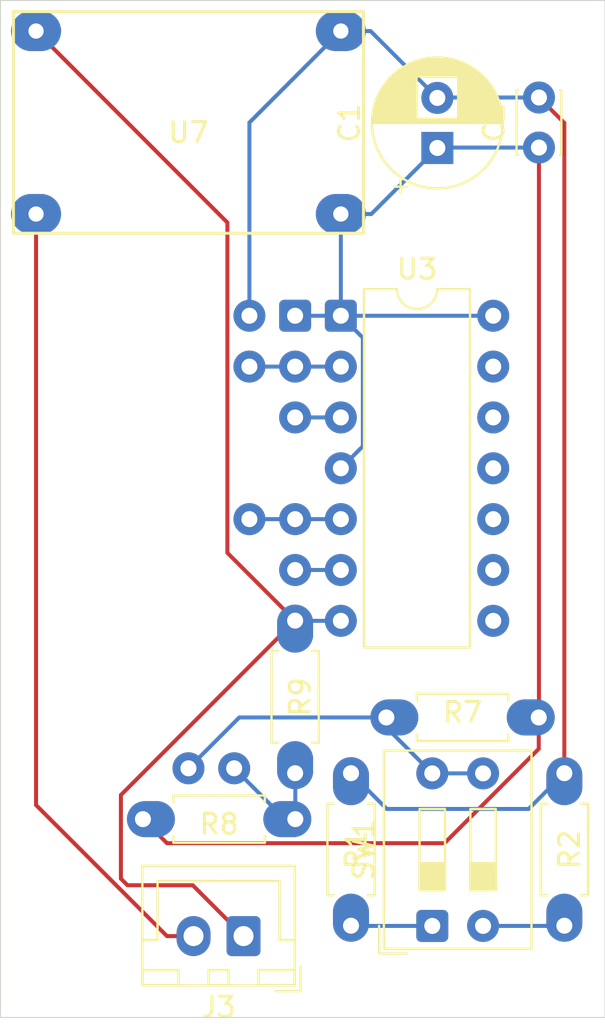
<source format=kicad_pcb>
(kicad_pcb (version 20241229) (generator "pcbnew") (generator_version "9.0")
  (layers (0 "F.Cu" signal) (2 "B.Cu" signal) (13 "F.Paste" user) (15 "B.Paste" user) (5 "F.SilkS" user "F.Silkscreen") (7 "B.SilkS" user "B.Silkscreen") (1 "F.Mask" user) (3 "B.Mask" user) (25 "Edge.Cuts" user))
  (net 0 "")
  (net 1 "GND")
  (net 2 "/+5V_DC")
  (net 3 "/V_BATT")
  (net 4 "Net-(R1-Pad1)")
  (net 5 "Net-(R2-Pad1)")
  (net 6 "/STRATEGY_SWITCH")
  (net 7 "/BATTERY_VOLTS")
  (net 8 "/LEFT_DIR")
  (net 9 "/RIGHT_DIR")
  (net 10 "/{slash}LEFT_DIR")
  (net 11 "/{slash}RIGHT_DIR")
  (footprint "Connector_JST:JST_XH_B2B-XH-A_1x02_P2.50mm_Vertical" (layer "F.Cu") (at 137.628 121.412 180)
    (property "Reference" "J3" (at 1.25 -3.55 0) (layer "F.SilkS"))
    (property "Value" "Conn_01x02")
    (fp_line (start 5.06 3.51) (end 5.06 -2.46) (stroke (width 0.12)) (layer "F.SilkS"))
    (fp_line (start 5.06 -2.46) (end -2.56 -2.46) (stroke (width 0.12)) (layer "F.SilkS"))
    (fp_line (start 5.05 -0.2) (end 4.3 -0.2) (stroke (width 0.12)) (layer "F.SilkS"))
    (fp_line (start 5.05 -1.7) (end 5.05 -2.45) (stroke (width 0.12)) (layer "F.SilkS"))
    (fp_line (start 5.05 -2.45) (end 3.25 -2.45) (stroke (width 0.12)) (layer "F.SilkS"))
    (fp_line (start 4.3 2.75) (end 1.25 2.75) (stroke (width 0.12)) (layer "F.SilkS"))
    (fp_line (start 4.3 -0.2) (end 4.3 2.75) (stroke (width 0.12)) (layer "F.SilkS"))
    (fp_line (start 3.25 -1.7) (end 5.05 -1.7) (stroke (width 0.12)) (layer "F.SilkS"))
    (fp_line (start 3.25 -2.45) (end 3.25 -1.7) (stroke (width 0.12)) (layer "F.SilkS"))
    (fp_line (start 1.75 -1.7) (end 1.75 -2.45) (stroke (width 0.12)) (layer "F.SilkS"))
    (fp_line (start 1.75 -2.45) (end 0.75 -2.45) (stroke (width 0.12)) (layer "F.SilkS"))
    (fp_line (start 0.75 -1.7) (end 1.75 -1.7) (stroke (width 0.12)) (layer "F.SilkS"))
    (fp_line (start 0.75 -2.45) (end 0.75 -1.7) (stroke (width 0.12)) (layer "F.SilkS"))
    (fp_line (start -0.75 -1.7) (end -0.75 -2.45) (stroke (width 0.12)) (layer "F.SilkS"))
    (fp_line (start -0.75 -2.45) (end -2.55 -2.45) (stroke (width 0.12)) (layer "F.SilkS"))
    (fp_line (start -1.6 -2.75) (end -2.85 -2.75) (stroke (width 0.12)) (layer "F.SilkS"))
    (fp_line (start -1.8 2.75) (end 1.25 2.75) (stroke (width 0.12)) (layer "F.SilkS"))
    (fp_line (start -1.8 -0.2) (end -1.8 2.75) (stroke (width 0.12)) (layer "F.SilkS"))
    (fp_line (start -2.55 -0.2) (end -1.8 -0.2) (stroke (width 0.12)) (layer "F.SilkS"))
    (fp_line (start -2.55 -1.7) (end -0.75 -1.7) (stroke (width 0.12)) (layer "F.SilkS"))
    (fp_line (start -2.55 -2.45) (end -2.55 -1.7) (stroke (width 0.12)) (layer "F.SilkS"))
    (fp_line (start -2.56 3.51) (end 5.06 3.51) (stroke (width 0.12)) (layer "F.SilkS"))
    (fp_line (start -2.56 -2.46) (end -2.56 3.51) (stroke (width 0.12)) (layer "F.SilkS"))
    (fp_line (start -2.85 -2.75) (end -2.85 -1.5) (stroke (width 0.12)) (layer "F.SilkS"))
    (pad "1" thru_hole roundrect (at 0 0 180) (size 1.7 2) (drill 1) (layers "*.Cu" "*.Mask") (roundrect_rratio 0.147059) (net 1 "GND"))
    (pad "2" thru_hole oval (at 2.5 0 180) (size 1.7 2) (drill 1) (layers "*.Cu" "*.Mask") (net 3 "/V_BATT"))
  )
  (footprint "" (layer "F.Cu") (at 140.208 100.584)
    (property "Reference" "" (at 0 0 0) (layer "F.SilkS") (effects (font (size 1.27 1.27))))
    (property "Value" "")
    (pad "5" thru_hole circle (at 0 0) (size 1.6 1.6) (drill 0.8) (layers "*.Cu" "*.Mask") (net 9 "/RIGHT_DIR"))
  )
  (footprint "Mini360_step-down:Mini360_step-down" (layer "F.Cu") (at 134.874 80.772)
    (property "Reference" "U7" (at 0 0.5 0) (layer "F.SilkS"))
    (property "Value" "Mini360")
    (fp_line (start -8.75 -5.54) (end -8.75 5.53) (stroke (width 0.15)) (layer "F.SilkS"))
    (fp_line (start -8.75 -5.54) (end 8.75 -5.54) (stroke (width 0.15)) (layer "F.SilkS"))
    (fp_line (start 8.75 5.53) (end -8.75 5.53) (stroke (width 0.15)) (layer "F.SilkS"))
    (fp_line (start 8.75 5.53) (end 8.75 -5.54) (stroke (width 0.15)) (layer "F.SilkS"))
    (pad "1" thru_hole oval (at -7.62 -4.57) (size 2.5 2) (drill 0.762) (layers "*.Cu" "*.Mask") (net 1 "GND"))
    (pad "2" thru_hole oval (at -7.62 4.57) (size 2.5 2) (drill 0.762) (layers "*.Cu" "*.Mask") (net 3 "/V_BATT"))
    (pad "3" thru_hole oval (at 7.62 -4.57) (size 2.5 2) (drill 0.762) (layers "*.Cu" "*.Mask") (net 1 "GND"))
    (pad "4" thru_hole oval (at 7.62 4.57) (size 2.5 2) (drill 0.762) (layers "*.Cu" "*.Mask") (net 2 "/+5V_DC"))
  )
  (footprint "Capacitor_THT:C_Disc_D3.0mm_W2.0mm_P2.50mm" (layer "F.Cu") (at 152.4 82.022 90)
    (property "Reference" "C2" (at 1.25 -2.25 90) (layer "F.SilkS"))
    (property "Value" "0.1uF")
    (fp_line (start 2.87 -1.12) (end 2.87 -1.055) (stroke (width 0.12)) (layer "F.SilkS"))
    (fp_line (start -0.37 -1.12) (end 2.87 -1.12) (stroke (width 0.12)) (layer "F.SilkS"))
    (fp_line (start -0.37 -1.12) (end -0.37 -1.055) (stroke (width 0.12)) (layer "F.SilkS"))
    (fp_line (start 2.87 1.055) (end 2.87 1.12) (stroke (width 0.12)) (layer "F.SilkS"))
    (fp_line (start -0.37 1.055) (end -0.37 1.12) (stroke (width 0.12)) (layer "F.SilkS"))
    (fp_line (start -0.37 1.12) (end 2.87 1.12) (stroke (width 0.12)) (layer "F.SilkS"))
    (pad "1" thru_hole circle (at 0 0 90) (size 1.6 1.6) (drill 0.8) (layers "*.Cu" "*.Mask") (net 2 "/+5V_DC"))
    (pad "2" thru_hole circle (at 2.5 0 90) (size 1.6 1.6) (drill 0.8) (layers "*.Cu" "*.Mask") (net 1 "GND"))
  )
  (footprint "" (layer "F.Cu") (at 140.208 92.964)
    (property "Reference" "" (at 0 0 0) (layer "F.SilkS") (effects (font (size 1.27 1.27))))
    (property "Value" "")
    (pad "2" thru_hole circle (at 0 0) (size 1.6 1.6) (drill 0.8) (layers "*.Cu" "*.Mask") (net 8 "/LEFT_DIR"))
  )
  (footprint "ukmarsbot:R_Axial_DIN0207_L6.3mm_D2.5mm_P7.62mm_BIGPAD" (layer "F.Cu") (at 143.002 120.894 90)
    (property "Reference" "R1" (at 3.81 0.254 90) (layer "F.SilkS"))
    (property "Value" "4.7k")
    (fp_line (start 1.524 -1.181) (end 6.096 -1.18) (stroke (width 0.12)) (layer "F.SilkS"))
    (fp_line (start 6.096 -1.18) (end 6.096 -0.85) (stroke (width 0.12)) (layer "F.SilkS"))
    (fp_line (start 1.524 -0.851) (end 1.524 -1.181) (stroke (width 0.12)) (layer "F.SilkS"))
    (fp_line (start 1.524 0.851) (end 1.524 1.181) (stroke (width 0.12)) (layer "F.SilkS"))
    (fp_line (start 6.096 1.181) (end 6.096 0.851) (stroke (width 0.12)) (layer "F.SilkS"))
    (fp_line (start 1.524 1.181) (end 6.096 1.181) (stroke (width 0.12)) (layer "F.SilkS"))
    (pad "1" thru_hole oval (at 0 0 90) (size 2.4 1.8) (drill 0.8 (offset 0.4 0)) (layers "*.Cu" "*.Mask") (net 4 "Net-(R1-Pad1)"))
    (pad "2" thru_hole oval (at 7.62 0 90) (size 2.4 1.8) (drill 0.8 (offset -0.4 0)) (layers "*.Cu" "*.Mask") (net 1 "GND"))
  )
  (footprint "ukmarsbot:R_Axial_DIN0207_L6.3mm_D2.5mm_P7.62mm_BIGPAD" (layer "F.Cu") (at 153.67 120.894 90)
    (property "Reference" "R2" (at 3.81 0.254 90) (layer "F.SilkS"))
    (property "Value" "10k")
    (fp_line (start 1.524 -1.181) (end 6.096 -1.18) (stroke (width 0.12)) (layer "F.SilkS"))
    (fp_line (start 6.096 -1.18) (end 6.096 -0.85) (stroke (width 0.12)) (layer "F.SilkS"))
    (fp_line (start 1.524 -0.851) (end 1.524 -1.181) (stroke (width 0.12)) (layer "F.SilkS"))
    (fp_line (start 1.524 0.851) (end 1.524 1.181) (stroke (width 0.12)) (layer "F.SilkS"))
    (fp_line (start 6.096 1.181) (end 6.096 0.851) (stroke (width 0.12)) (layer "F.SilkS"))
    (fp_line (start 1.524 1.181) (end 6.096 1.181) (stroke (width 0.12)) (layer "F.SilkS"))
    (pad "1" thru_hole oval (at 0 0 90) (size 2.4 1.8) (drill 0.8 (offset 0.4 0)) (layers "*.Cu" "*.Mask") (net 5 "Net-(R2-Pad1)"))
    (pad "2" thru_hole oval (at 7.62 0 90) (size 2.4 1.8) (drill 0.8 (offset -0.4 0)) (layers "*.Cu" "*.Mask") (net 1 "GND"))
  )
  (footprint "" (layer "F.Cu") (at 140.208 95.504)
    (property "Reference" "" (at 0 0 0) (layer "F.SilkS") (effects (font (size 1.27 1.27))))
    (property "Value" "")
    (pad "3" thru_hole circle (at 0 0) (size 1.6 1.6) (drill 0.8) (layers "*.Cu" "*.Mask") (net 10 "/{slash}LEFT_DIR"))
  )
  (footprint "ukmarsbot:R_Axial_DIN0207_L6.3mm_D2.5mm_P7.62mm_BIGPAD" (layer "F.Cu") (at 152.39 110.49 180)
    (property "Reference" "R7" (at 3.81 0.254 0) (layer "F.SilkS"))
    (property "Value" "10k")
    (fp_line (start 6.096 1.181) (end 6.096 0.851) (stroke (width 0.12)) (layer "F.SilkS"))
    (fp_line (start 6.096 -1.18) (end 6.096 -0.85) (stroke (width 0.12)) (layer "F.SilkS"))
    (fp_line (start 1.524 1.181) (end 6.096 1.181) (stroke (width 0.12)) (layer "F.SilkS"))
    (fp_line (start 1.524 0.851) (end 1.524 1.181) (stroke (width 0.12)) (layer "F.SilkS"))
    (fp_line (start 1.524 -0.851) (end 1.524 -1.181) (stroke (width 0.12)) (layer "F.SilkS"))
    (fp_line (start 1.524 -1.181) (end 6.096 -1.18) (stroke (width 0.12)) (layer "F.SilkS"))
    (pad "1" thru_hole oval (at 0 0 180) (size 2.4 1.8) (drill 0.8 (offset 0.4 0)) (layers "*.Cu" "*.Mask") (net 2 "/+5V_DC"))
    (pad "2" thru_hole oval (at 7.62 0 180) (size 2.4 1.8) (drill 0.8 (offset -0.4 0)) (layers "*.Cu" "*.Mask") (net 6 "/STRATEGY_SWITCH"))
  )
  (footprint "ukmarsbot:R_Axial_DIN0207_L6.3mm_D2.5mm_P7.62mm_BIGPAD" (layer "F.Cu") (at 132.598 115.57)
    (property "Reference" "R8" (at 3.81 0.254 0) (layer "F.SilkS"))
    (property "Value" "10k")
    (fp_line (start 1.524 -1.181) (end 6.096 -1.18) (stroke (width 0.12)) (layer "F.SilkS"))
    (fp_line (start 1.524 -0.851) (end 1.524 -1.181) (stroke (width 0.12)) (layer "F.SilkS"))
    (fp_line (start 1.524 0.851) (end 1.524 1.181) (stroke (width 0.12)) (layer "F.SilkS"))
    (fp_line (start 1.524 1.181) (end 6.096 1.181) (stroke (width 0.12)) (layer "F.SilkS"))
    (fp_line (start 6.096 -1.18) (end 6.096 -0.85) (stroke (width 0.12)) (layer "F.SilkS"))
    (fp_line (start 6.096 1.181) (end 6.096 0.851) (stroke (width 0.12)) (layer "F.SilkS"))
    (pad "1" thru_hole oval (at 0 0) (size 2.4 1.8) (drill 0.8 (offset 0.4 0)) (layers "*.Cu" "*.Mask") (net 2 "/+5V_DC"))
    (pad "2" thru_hole oval (at 7.62 0) (size 2.4 1.8) (drill 0.8 (offset -0.4 0)) (layers "*.Cu" "*.Mask") (net 7 "/BATTERY_VOLTS"))
  )
  (footprint "" (layer "F.Cu") (at 134.874 113.03)
    (property "Reference" "" (at 0 0 0) (layer "F.SilkS") (effects (font (size 1.27 1.27))))
    (property "Value" "")
    (pad "5" thru_hole circle (at 0 0) (size 1.6 1.6) (drill 0.8) (layers "*.Cu" "*.Mask") (net 6 "/STRATEGY_SWITCH"))
  )
  (footprint "" (layer "F.Cu") (at 137.922 92.964)
    (property "Reference" "" (at 0 0 0) (layer "F.SilkS") (effects (font (size 1.27 1.27))))
    (property "Value" "")
    (pad "2" thru_hole circle (at 0 0) (size 1.6 1.6) (drill 0.8) (layers "*.Cu" "*.Mask") (net 8 "/LEFT_DIR"))
  )
  (footprint "Button_Switch_THT:SW_DIP_SPSTx02_Slide_9.78x7.26mm_W7.62mm_P2.54mm" (layer "F.Cu") (at 147.066 120.904 90)
    (property "Reference" "SW1" (at 3.81 -3.42 90) (layer "F.SilkS"))
    (property "Value" "SW_DIP_x02")
    (fp_line (start -1.38 -2.66) (end 0.003 -2.66) (stroke (width 0.12)) (layer "F.SilkS"))
    (fp_line (start -1.38 -2.66) (end -1.38 -1.277) (stroke (width 0.12)) (layer "F.SilkS"))
    (fp_line (start 8.76 -2.42) (end 8.76 4.96) (stroke (width 0.12)) (layer "F.SilkS"))
    (fp_line (start -1.14 -2.42) (end 8.76 -2.42) (stroke (width 0.12)) (layer "F.SilkS"))
    (fp_line (start -1.14 -2.42) (end -1.14 4.96) (stroke (width 0.12)) (layer "F.SilkS"))
    (fp_line (start 3.133333 -0.635) (end 3.133333 0.635) (stroke (width 0.12)) (layer "F.SilkS"))
    (fp_line (start 3.133333 1.905) (end 3.133333 3.175) (stroke (width 0.12)) (layer "F.SilkS"))
    (fp_line (start -1.14 4.96) (end 8.76 4.96) (stroke (width 0.12)) (layer "F.SilkS"))
    (fp_rect (start 1.78 -0.635) (end 5.84 0.635) (stroke (width 0.12)) (fill no) (layer "F.SilkS"))
    (fp_rect (start 1.78 -0.635) (end 3.133333 0.635) (stroke (width 0.12)) (fill yes) (layer "F.SilkS"))
    (fp_rect (start 1.78 1.905) (end 5.84 3.175) (stroke (width 0.12)) (fill no) (layer "F.SilkS"))
    (fp_rect (start 1.78 1.905) (end 3.133333 3.175) (stroke (width 0.12)) (fill yes) (layer "F.SilkS"))
    (pad "1" thru_hole roundrect (at 0 0 90) (size 1.6 1.6) (drill 0.8) (layers "*.Cu" "*.Mask") (roundrect_rratio 0.15625) (net 4 "Net-(R1-Pad1)"))
    (pad "2" thru_hole circle (at 0 2.54 90) (size 1.6 1.6) (drill 0.8) (layers "*.Cu" "*.Mask") (net 5 "Net-(R2-Pad1)"))
    (pad "3" thru_hole circle (at 7.62 2.54 90) (size 1.6 1.6) (drill 0.8) (layers "*.Cu" "*.Mask") (net 6 "/STRATEGY_SWITCH"))
    (pad "4" thru_hole circle (at 7.62 0 90) (size 1.6 1.6) (drill 0.8) (layers "*.Cu" "*.Mask") (net 6 "/STRATEGY_SWITCH"))
  )
  (footprint "Capacitor_THT:CP_Radial_D6.3mm_P2.50mm" (layer "F.Cu") (at 147.32 82.042 90)
    (property "Reference" "C1" (at 1.25 -4.4 90) (layer "F.SilkS"))
    (property "Value" "100uF")
    (fp_line (start 1.33 -3.23) (end 1.33 3.23) (stroke (width 0.12)) (layer "F.SilkS"))
    (fp_line (start 1.29 -3.23) (end 1.29 3.23) (stroke (width 0.12)) (layer "F.SilkS"))
    (fp_line (start 1.25 -3.23) (end 1.25 3.23) (stroke (width 0.12)) (layer "F.SilkS"))
    (fp_line (start 1.37 -3.228) (end 1.37 3.228) (stroke (width 0.12)) (layer "F.SilkS"))
    (fp_line (start 1.41 -3.227) (end 1.41 3.227) (stroke (width 0.12)) (layer "F.SilkS"))
    (fp_line (start 1.45 -3.224) (end 1.45 3.224) (stroke (width 0.12)) (layer "F.SilkS"))
    (fp_line (start 1.49 -3.222) (end 1.49 -1.04) (stroke (width 0.12)) (layer "F.SilkS"))
    (fp_line (start 1.53 -3.218) (end 1.53 -1.04) (stroke (width 0.12)) (layer "F.SilkS"))
    (fp_line (start 1.57 -3.215) (end 1.57 -1.04) (stroke (width 0.12)) (layer "F.SilkS"))
    (fp_line (start 1.61 -3.211) (end 1.61 -1.04) (stroke (width 0.12)) (layer "F.SilkS"))
    (fp_line (start 1.65 -3.206) (end 1.65 -1.04) (stroke (width 0.12)) (layer "F.SilkS"))
    (fp_line (start 1.69 -3.201) (end 1.69 -1.04) (stroke (width 0.12)) (layer "F.SilkS"))
    (fp_line (start 1.73 -3.195) (end 1.73 -1.04) (stroke (width 0.12)) (layer "F.SilkS"))
    (fp_line (start 1.77 -3.189) (end 1.77 -1.04) (stroke (width 0.12)) (layer "F.SilkS"))
    (fp_line (start 1.81 -3.182) (end 1.81 -1.04) (stroke (width 0.12)) (layer "F.SilkS"))
    (fp_line (start 1.85 -3.175) (end 1.85 -1.04) (stroke (width 0.12)) (layer "F.SilkS"))
    (fp_line (start 1.89 -3.167) (end 1.89 -1.04) (stroke (width 0.12)) (layer "F.SilkS"))
    (fp_line (start 1.93 -3.159) (end 1.93 -1.04) (stroke (width 0.12)) (layer "F.SilkS"))
    (fp_line (start 1.971 -3.15) (end 1.971 -1.04) (stroke (width 0.12)) (layer "F.SilkS"))
    (fp_line (start 2.011 -3.141) (end 2.011 -1.04) (stroke (width 0.12)) (layer "F.SilkS"))
    (fp_line (start 2.051 -3.131) (end 2.051 -1.04) (stroke (width 0.12)) (layer "F.SilkS"))
    (fp_line (start 2.091 -3.121) (end 2.091 -1.04) (stroke (width 0.12)) (layer "F.SilkS"))
    (fp_line (start 2.131 -3.11) (end 2.131 -1.04) (stroke (width 0.12)) (layer "F.SilkS"))
    (fp_line (start 2.171 -3.098) (end 2.171 -1.04) (stroke (width 0.12)) (layer "F.SilkS"))
    (fp_line (start 2.211 -3.086) (end 2.211 -1.04) (stroke (width 0.12)) (layer "F.SilkS"))
    (fp_line (start 2.251 -3.074) (end 2.251 -1.04) (stroke (width 0.12)) (layer "F.SilkS"))
    (fp_line (start 2.291 -3.061) (end 2.291 -1.04) (stroke (width 0.12)) (layer "F.SilkS"))
    (fp_line (start 2.331 -3.047) (end 2.331 -1.04) (stroke (width 0.12)) (layer "F.SilkS"))
    (fp_line (start 2.371 -3.033) (end 2.371 -1.04) (stroke (width 0.12)) (layer "F.SilkS"))
    (fp_line (start 2.411 -3.018) (end 2.411 -1.04) (stroke (width 0.12)) (layer "F.SilkS"))
    (fp_line (start 2.451 -3.002) (end 2.451 -1.04) (stroke (width 0.12)) (layer "F.SilkS"))
    (fp_line (start 2.491 -2.986) (end 2.491 -1.04) (stroke (width 0.12)) (layer "F.SilkS"))
    (fp_line (start 2.531 -2.97) (end 2.531 -1.04) (stroke (width 0.12)) (layer "F.SilkS"))
    (fp_line (start 2.571 -2.952) (end 2.571 -1.04) (stroke (width 0.12)) (layer "F.SilkS"))
    (fp_line (start 2.611 -2.934) (end 2.611 -1.04) (stroke (width 0.12)) (layer "F.SilkS"))
    (fp_line (start 2.651 -2.916) (end 2.651 -1.04) (stroke (width 0.12)) (layer "F.SilkS"))
    (fp_line (start 2.691 -2.896) (end 2.691 -1.04) (stroke (width 0.12)) (layer "F.SilkS"))
    (fp_line (start 2.731 -2.876) (end 2.731 -1.04) (stroke (width 0.12)) (layer "F.SilkS"))
    (fp_line (start 2.771 -2.856) (end 2.771 -1.04) (stroke (width 0.12)) (layer "F.SilkS"))
    (fp_line (start 2.811 -2.834) (end 2.811 -1.04) (stroke (width 0.12)) (layer "F.SilkS"))
    (fp_line (start 2.851 -2.812) (end 2.851 -1.04) (stroke (width 0.12)) (layer "F.SilkS"))
    (fp_line (start 2.891 -2.79) (end 2.891 -1.04) (stroke (width 0.12)) (layer "F.SilkS"))
    (fp_line (start 2.931 -2.766) (end 2.931 -1.04) (stroke (width 0.12)) (layer "F.SilkS"))
    (fp_line (start 2.971 -2.742) (end 2.971 -1.04) (stroke (width 0.12)) (layer "F.SilkS"))
    (fp_line (start 3.011 -2.716) (end 3.011 -1.04) (stroke (width 0.12)) (layer "F.SilkS"))
    (fp_line (start 3.051 -2.69) (end 3.051 -1.04) (stroke (width 0.12)) (layer "F.SilkS"))
    (fp_line (start 3.091 -2.664) (end 3.091 -1.04) (stroke (width 0.12)) (layer "F.SilkS"))
    (fp_line (start 3.131 -2.636) (end 3.131 -1.04) (stroke (width 0.12)) (layer "F.SilkS"))
    (fp_line (start 3.171 -2.607) (end 3.171 -1.04) (stroke (width 0.12)) (layer "F.SilkS"))
    (fp_line (start 3.211 -2.578) (end 3.211 -1.04) (stroke (width 0.12)) (layer "F.SilkS"))
    (fp_line (start 3.251 -2.548) (end 3.251 -1.04) (stroke (width 0.12)) (layer "F.SilkS"))
    (fp_line (start 3.291 -2.516) (end 3.291 -1.04) (stroke (width 0.12)) (layer "F.SilkS"))
    (fp_line (start 3.331 -2.484) (end 3.331 -1.04) (stroke (width 0.12)) (layer "F.SilkS"))
    (fp_line (start 3.371 -2.45) (end 3.371 -1.04) (stroke (width 0.12)) (layer "F.SilkS"))
    (fp_line (start 3.411 -2.416) (end 3.411 -1.04) (stroke (width 0.12)) (layer "F.SilkS"))
    (fp_line (start 3.451 -2.38) (end 3.451 -1.04) (stroke (width 0.12)) (layer "F.SilkS"))
    (fp_line (start 3.491 -2.343) (end 3.491 -1.04) (stroke (width 0.12)) (layer "F.SilkS"))
    (fp_line (start 3.531 -2.305) (end 3.531 -1.04) (stroke (width 0.12)) (layer "F.SilkS"))
    (fp_line (start 3.571 -2.265) (end 3.571 2.265) (stroke (width 0.12)) (layer "F.SilkS"))
    (fp_line (start 3.611 -2.224) (end 3.611 2.224) (stroke (width 0.12)) (layer "F.SilkS"))
    (fp_line (start 3.651 -2.182) (end 3.651 2.182) (stroke (width 0.12)) (layer "F.SilkS"))
    (fp_line (start -1.935241 -2.154) (end -1.935241 -1.524) (stroke (width 0.12)) (layer "F.SilkS"))
    (fp_line (start 3.691 -2.137) (end 3.691 2.137) (stroke (width 0.12)) (layer "F.SilkS"))
    (fp_line (start 3.731 -2.092) (end 3.731 2.092) (stroke (width 0.12)) (layer "F.SilkS"))
    (fp_line (start 3.771 -2.044) (end 3.771 2.044) (stroke (width 0.12)) (layer "F.SilkS"))
    (fp_line (start 3.811 -1.995) (end 3.811 1.995) (stroke (width 0.12)) (layer "F.SilkS"))
    (fp_line (start 3.851 -1.944) (end 3.851 1.944) (stroke (width 0.12)) (layer "F.SilkS"))
    (fp_line (start 3.891 -1.89) (end 3.891 1.89) (stroke (width 0.12)) (layer "F.SilkS"))
    (fp_line (start -2.250241 -1.839) (end -1.620241 -1.839) (stroke (width 0.12)) (layer "F.SilkS"))
    (fp_line (start 3.931 -1.834) (end 3.931 1.834) (stroke (width 0.12)) (layer "F.SilkS"))
    (fp_line (start 3.971 -1.776) (end 3.971 1.776) (stroke (width 0.12)) (layer "F.SilkS"))
    (fp_line (start 4.011 -1.714) (end 4.011 1.714) (stroke (width 0.12)) (layer "F.SilkS"))
    (fp_line (start 4.051 -1.65) (end 4.051 1.65) (stroke (width 0.12)) (layer "F.SilkS"))
    (fp_line (start 4.091 -1.581) (end 4.091 1.581) (stroke (width 0.12)) (layer "F.SilkS"))
    (fp_line (start 4.131 -1.509) (end 4.131 1.509) (stroke (width 0.12)) (layer "F.SilkS"))
    (fp_line (start 4.171 -1.432) (end 4.171 1.432) (stroke (width 0.12)) (layer "F.SilkS"))
    (fp_line (start 4.211 -1.35) (end 4.211 1.35) (stroke (width 0.12)) (layer "F.SilkS"))
    (fp_line (start 4.251 -1.262) (end 4.251 1.262) (stroke (width 0.12)) (layer "F.SilkS"))
    (fp_line (start 4.291 -1.165) (end 4.291 1.165) (stroke (width 0.12)) (layer "F.SilkS"))
    (fp_line (start 4.331 -1.059) (end 4.331 1.059) (stroke (width 0.12)) (layer "F.SilkS"))
    (fp_line (start 4.371 -0.94) (end 4.371 0.94) (stroke (width 0.12)) (layer "F.SilkS"))
    (fp_line (start 4.411 -0.802) (end 4.411 0.802) (stroke (width 0.12)) (layer "F.SilkS"))
    (fp_line (start 4.451 -0.633) (end 4.451 0.633) (stroke (width 0.12)) (layer "F.SilkS"))
    (fp_line (start 4.491 -0.402) (end 4.491 0.402) (stroke (width 0.12)) (layer "F.SilkS"))
    (fp_line (start 3.531 1.04) (end 3.531 2.305) (stroke (width 0.12)) (layer "F.SilkS"))
    (fp_line (start 3.491 1.04) (end 3.491 2.343) (stroke (width 0.12)) (layer "F.SilkS"))
    (fp_line (start 3.451 1.04) (end 3.451 2.38) (stroke (width 0.12)) (layer "F.SilkS"))
    (fp_line (start 3.411 1.04) (end 3.411 2.416) (stroke (width 0.12)) (layer "F.SilkS"))
    (fp_line (start 3.371 1.04) (end 3.371 2.45) (stroke (width 0.12)) (layer "F.SilkS"))
    (fp_line (start 3.331 1.04) (end 3.331 2.484) (stroke (width 0.12)) (layer "F.SilkS"))
    (fp_line (start 3.291 1.04) (end 3.291 2.516) (stroke (width 0.12)) (layer "F.SilkS"))
    (fp_line (start 3.251 1.04) (end 3.251 2.548) (stroke (width 0.12)) (layer "F.SilkS"))
    (fp_line (start 3.211 1.04) (end 3.211 2.578) (stroke (width 0.12)) (layer "F.SilkS"))
    (fp_line (start 3.171 1.04) (end 3.171 2.607) (stroke (width 0.12)) (layer "F.SilkS"))
    (fp_line (start 3.131 1.04) (end 3.131 2.636) (stroke (width 0.12)) (layer "F.SilkS"))
    (fp_line (start 3.091 1.04) (end 3.091 2.664) (stroke (width 0.12)) (layer "F.SilkS"))
    (fp_line (start 3.051 1.04) (end 3.051 2.69) (stroke (width 0.12)) (layer "F.SilkS"))
    (fp_line (start 3.011 1.04) (end 3.011 2.716) (stroke (width 0.12)) (layer "F.SilkS"))
    (fp_line (start 2.971 1.04) (end 2.971 2.742) (stroke (width 0.12)) (layer "F.SilkS"))
    (fp_line (start 2.931 1.04) (end 2.931 2.766) (stroke (width 0.12)) (layer "F.SilkS"))
    (fp_line (start 2.891 1.04) (end 2.891 2.79) (stroke (width 0.12)) (layer "F.SilkS"))
    (fp_line (start 2.851 1.04) (end 2.851 2.812) (stroke (width 0.12)) (layer "F.SilkS"))
    (fp_line (start 2.811 1.04) (end 2.811 2.834) (stroke (width 0.12)) (layer "F.SilkS"))
    (fp_line (start 2.771 1.04) (end 2.771 2.856) (stroke (width 0.12)) (layer "F.SilkS"))
    (fp_line (start 2.731 1.04) (end 2.731 2.876) (stroke (width 0.12)) (layer "F.SilkS"))
    (fp_line (start 2.691 1.04) (end 2.691 2.896) (stroke (width 0.12)) (layer "F.SilkS"))
    (fp_line (start 2.651 1.04) (end 2.651 2.916) (stroke (width 0.12)) (layer "F.SilkS"))
    (fp_line (start 2.611 1.04) (end 2.611 2.934) (stroke (width 0.12)) (layer "F.SilkS"))
    (fp_line (start 2.571 1.04) (end 2.571 2.952) (stroke (width 0.12)) (layer "F.SilkS"))
    (fp_line (start 2.531 1.04) (end 2.531 2.97) (stroke (width 0.12)) (layer "F.SilkS"))
    (fp_line (start 2.491 1.04) (end 2.491 2.986) (stroke (width 0.12)) (layer "F.SilkS"))
    (fp_line (start 2.451 1.04) (end 2.451 3.002) (stroke (width 0.12)) (layer "F.SilkS"))
    (fp_line (start 2.411 1.04) (end 2.411 3.018) (stroke (width 0.12)) (layer "F.SilkS"))
    (fp_line (start 2.371 1.04) (end 2.371 3.033) (stroke (width 0.12)) (layer "F.SilkS"))
    (fp_line (start 2.331 1.04) (end 2.331 3.047) (stroke (width 0.12)) (layer "F.SilkS"))
    (fp_line (start 2.291 1.04) (end 2.291 3.061) (stroke (width 0.12)) (layer "F.SilkS"))
    (fp_line (start 2.251 1.04) (end 2.251 3.074) (stroke (width 0.12)) (layer "F.SilkS"))
    (fp_line (start 2.211 1.04) (end 2.211 3.086) (stroke (width 0.12)) (layer "F.SilkS"))
    (fp_line (start 2.171 1.04) (end 2.171 3.098) (stroke (width 0.12)) (layer "F.SilkS"))
    (fp_line (start 2.131 1.04) (end 2.131 3.11) (stroke (width 0.12)) (layer "F.SilkS"))
    (fp_line (start 2.091 1.04) (end 2.091 3.121) (stroke (width 0.12)) (layer "F.SilkS"))
    (fp_line (start 2.051 1.04) (end 2.051 3.131) (stroke (width 0.12)) (layer "F.SilkS"))
    (fp_line (start 2.011 1.04) (end 2.011 3.141) (stroke (width 0.12)) (layer "F.SilkS"))
    (fp_line (start 1.971 1.04) (end 1.971 3.15) (stroke (width 0.12)) (layer "F.SilkS"))
    (fp_line (start 1.93 1.04) (end 1.93 3.159) (stroke (width 0.12)) (layer "F.SilkS"))
    (fp_line (start 1.89 1.04) (end 1.89 3.167) (stroke (width 0.12)) (layer "F.SilkS"))
    (fp_line (start 1.85 1.04) (end 1.85 3.175) (stroke (width 0.12)) (layer "F.SilkS"))
    (fp_line (start 1.81 1.04) (end 1.81 3.182) (stroke (width 0.12)) (layer "F.SilkS"))
    (fp_line (start 1.77 1.04) (end 1.77 3.189) (stroke (width 0.12)) (layer "F.SilkS"))
    (fp_line (start 1.73 1.04) (end 1.73 3.195) (stroke (width 0.12)) (layer "F.SilkS"))
    (fp_line (start 1.69 1.04) (end 1.69 3.201) (stroke (width 0.12)) (layer "F.SilkS"))
    (fp_line (start 1.65 1.04) (end 1.65 3.206) (stroke (width 0.12)) (layer "F.SilkS"))
    (fp_line (start 1.61 1.04) (end 1.61 3.211) (stroke (width 0.12)) (layer "F.SilkS"))
    (fp_line (start 1.57 1.04) (end 1.57 3.215) (stroke (width 0.12)) (layer "F.SilkS"))
    (fp_line (start 1.53 1.04) (end 1.53 3.218) (stroke (width 0.12)) (layer "F.SilkS"))
    (fp_line (start 1.49 1.04) (end 1.49 3.222) (stroke (width 0.12)) (layer "F.SilkS"))
    (fp_circle (center 1.25 0) (end 4.52 0) (stroke (width 0.12)) (fill no) (layer "F.SilkS"))
    (pad "1" thru_hole rect (at 0 0 90) (size 1.6 1.6) (drill 0.8) (layers "*.Cu" "*.Mask") (net 2 "/+5V_DC"))
    (pad "2" thru_hole circle (at 2.5 0 90) (size 1.6 1.6) (drill 0.8) (layers "*.Cu" "*.Mask") (net 1 "GND"))
  )
  (footprint "" (layer "F.Cu") (at 140.208 103.124)
    (property "Reference" "" (at 0 0 0) (layer "F.SilkS") (effects (font (size 1.27 1.27))))
    (property "Value" "")
    (pad "6" thru_hole circle (at 0 0) (size 1.6 1.6) (drill 0.8) (layers "*.Cu" "*.Mask") (net 11 "/{slash}RIGHT_DIR"))
  )
  (footprint "ukmarsbot:R_Axial_DIN0207_L6.3mm_D2.5mm_P7.62mm_BIGPAD" (layer "F.Cu") (at 140.208 113.274 90)
    (property "Reference" "R9" (at 3.81 0.254 90) (layer "F.SilkS"))
    (property "Value" "5.1k")
    (fp_line (start 1.524 -1.181) (end 6.096 -1.18) (stroke (width 0.12)) (layer "F.SilkS"))
    (fp_line (start 6.096 -1.18) (end 6.096 -0.85) (stroke (width 0.12)) (layer "F.SilkS"))
    (fp_line (start 1.524 -0.851) (end 1.524 -1.181) (stroke (width 0.12)) (layer "F.SilkS"))
    (fp_line (start 1.524 0.851) (end 1.524 1.181) (stroke (width 0.12)) (layer "F.SilkS"))
    (fp_line (start 6.096 1.181) (end 6.096 0.851) (stroke (width 0.12)) (layer "F.SilkS"))
    (fp_line (start 1.524 1.181) (end 6.096 1.181) (stroke (width 0.12)) (layer "F.SilkS"))
    (pad "1" thru_hole oval (at 0 0 90) (size 2.4 1.8) (drill 0.8 (offset 0.4 0)) (layers "*.Cu" "*.Mask") (net 7 "/BATTERY_VOLTS"))
    (pad "2" thru_hole oval (at 7.62 0 90) (size 2.4 1.8) (drill 0.8 (offset -0.4 0)) (layers "*.Cu" "*.Mask") (net 1 "GND"))
  )
  (footprint "" (layer "F.Cu") (at 137.922 100.584)
    (property "Reference" "" (at 0 0 0) (layer "F.SilkS") (effects (font (size 1.27 1.27))))
    (property "Value" "")
    (pad "5" thru_hole circle (at 0 0) (size 1.6 1.6) (drill 0.8) (layers "*.Cu" "*.Mask") (net 9 "/RIGHT_DIR"))
  )
  (footprint "" (layer "F.Cu") (at 137.922 90.424)
    (property "Reference" "" (at 0 0 0) (layer "F.SilkS") (effects (font (size 1.27 1.27))))
    (property "Value" "")
    (pad "2" thru_hole circle (at 0 0 90) (size 1.6 1.6) (drill 0.8) (layers "*.Cu" "*.Mask") (net 1 "GND"))
  )
  (footprint "" (layer "F.Cu") (at 137.16 113.03)
    (property "Reference" "" (at 0 0 0) (layer "F.SilkS") (effects (font (size 1.27 1.27))))
    (property "Value" "")
    (pad "5" thru_hole circle (at 0 0) (size 1.6 1.6) (drill 0.8) (layers "*.Cu" "*.Mask") (net 7 "/BATTERY_VOLTS"))
  )
  (footprint "Package_DIP:DIP-14_W7.62mm" (layer "F.Cu") (at 142.494 90.424)
    (property "Reference" "U3" (at 3.81 -2.33 0) (layer "F.SilkS"))
    (property "Value" "74HC86")
    (fp_line (start 1.16 -1.33) (end 1.16 16.57) (stroke (width 0.12)) (layer "F.SilkS"))
    (fp_line (start 1.16 16.57) (end 6.46 16.57) (stroke (width 0.12)) (layer "F.SilkS"))
    (fp_line (start 2.81 -1.33) (end 1.16 -1.33) (stroke (width 0.12)) (layer "F.SilkS"))
    (fp_line (start 6.46 -1.33) (end 4.81 -1.33) (stroke (width 0.12)) (layer "F.SilkS"))
    (fp_line (start 6.46 16.57) (end 6.46 -1.33) (stroke (width 0.12)) (layer "F.SilkS"))
    (fp_arc (start 4.81 -1.33) (mid 3.81 -0.33) (end 2.81 -1.33) (stroke (width 0.12)) (layer "F.SilkS"))
    (pad "1" thru_hole roundrect (at 0 0) (size 1.6 1.6) (drill 0.8) (layers "*.Cu" "*.Mask") (roundrect_rratio 0.15625) (net 2 "/+5V_DC"))
    (pad "2" thru_hole circle (at 0 2.54) (size 1.6 1.6) (drill 0.8) (layers "*.Cu" "*.Mask") (net 8 "/LEFT_DIR"))
    (pad "3" thru_hole circle (at 0 5.08) (size 1.6 1.6) (drill 0.8) (layers "*.Cu" "*.Mask") (net 10 "/{slash}LEFT_DIR"))
    (pad "4" thru_hole circle (at 0 7.62) (size 1.6 1.6) (drill 0.8) (layers "*.Cu" "*.Mask") (net 2 "/+5V_DC"))
    (pad "5" thru_hole circle (at 0 10.16) (size 1.6 1.6) (drill 0.8) (layers "*.Cu" "*.Mask") (net 9 "/RIGHT_DIR"))
    (pad "6" thru_hole circle (at 0 12.7) (size 1.6 1.6) (drill 0.8) (layers "*.Cu" "*.Mask") (net 11 "/{slash}RIGHT_DIR"))
    (pad "7" thru_hole circle (at 0 15.24) (size 1.6 1.6) (drill 0.8) (layers "*.Cu" "*.Mask") (net 1 "GND"))
    (pad "8" thru_hole circle (at 7.62 15.24) (size 1.6 1.6) (drill 0.8) (layers "*.Cu" "*.Mask"))
    (pad "9" thru_hole circle (at 7.62 12.7) (size 1.6 1.6) (drill 0.8) (layers "*.Cu" "*.Mask"))
    (pad "10" thru_hole circle (at 7.62 10.16) (size 1.6 1.6) (drill 0.8) (layers "*.Cu" "*.Mask"))
    (pad "11" thru_hole circle (at 7.62 7.62) (size 1.6 1.6) (drill 0.8) (layers "*.Cu" "*.Mask"))
    (pad "12" thru_hole circle (at 7.62 5.08) (size 1.6 1.6) (drill 0.8) (layers "*.Cu" "*.Mask"))
    (pad "13" thru_hole circle (at 7.62 2.54) (size 1.6 1.6) (drill 0.8) (layers "*.Cu" "*.Mask"))
    (pad "14" thru_hole circle (at 7.62 0) (size 1.6 1.6) (drill 0.8) (layers "*.Cu" "*.Mask"))
  )
  (footprint "" (layer "F.Cu") (at 140.208 90.424)
    (property "Reference" "" (at 0 0 0) (layer "F.SilkS") (effects (font (size 1.27 1.27))))
    (property "Value" "")
    (pad "1" thru_hole roundrect (at 0 0) (size 1.6 1.6) (drill 0.8) (layers "*.Cu" "*.Mask") (roundrect_rratio 0.15625) (net 2 "/+5V_DC"))
  )
  (gr_rect (start 125.476 74.676) (end 155.702 125.476) (stroke (width 0.05)) (fill no) (layer "Edge.Cuts"))
  (segment (start 131.826 118.872) (end 131.497 118.543) (width 0.2) (layer "F.Cu") (net 1))
  (segment (start 140.208 105.654) (end 136.821 102.267) (width 0.2) (layer "F.Cu") (net 1))
  (segment (start 131.497 114.365) (end 140.208 105.654) (width 0.2) (layer "F.Cu") (net 1))
  (segment (start 153.67 113.274) (end 153.67 80.792) (width 0.2) (layer "F.Cu") (net 1))
  (segment (start 136.821 85.769) (end 127.254 76.202) (width 0.2) (layer "F.Cu") (net 1))
  (segment (start 135.088 118.872) (end 131.826 118.872) (width 0.2) (layer "F.Cu") (net 1))
  (segment (start 136.821 102.267) (end 136.821 85.769) (width 0.2) (layer "F.Cu") (net 1))
  (segment (start 131.497 118.543) (end 131.497 114.365) (width 0.2) (layer "F.Cu") (net 1))
  (segment (start 153.67 80.792) (end 152.4 79.522) (width 0.2) (layer "F.Cu") (net 1))
  (segment (start 137.628 121.412) (end 135.088 118.872) (width 0.2) (layer "F.Cu") (net 1))
  (segment (start 144.79 115.062) (end 151.882 115.062) (width 0.2) (layer "B.Cu") (net 1))
  (segment (start 137.922 80.774) (end 142.494 76.202) (width 0.2) (layer "B.Cu") (net 1))
  (segment (start 142.494 76.202) (end 143.98 76.202) (width 0.2) (layer "B.Cu") (net 1))
  (segment (start 140.218 105.664) (end 142.494 105.664) (width 0.2) (layer "B.Cu") (net 1))
  (segment (start 143.002 113.274) (end 144.79 115.062) (width 0.2) (layer "B.Cu") (net 1))
  (segment (start 137.922 90.424) (end 137.922 80.774) (width 0.2) (layer "B.Cu") (net 1))
  (segment (start 143.98 76.202) (end 147.32 79.542) (width 0.2) (layer "B.Cu") (net 1))
  (segment (start 140.208 105.654) (end 140.218 105.664) (width 0.2) (layer "B.Cu") (net 1))
  (segment (start 147.34 79.522) (end 147.32 79.542) (width 0.2) (layer "B.Cu") (net 1))
  (segment (start 151.882 115.062) (end 153.67 113.274) (width 0.2) (layer "B.Cu") (net 1))
  (segment (start 152.4 79.522) (end 147.34 79.522) (width 0.2) (layer "B.Cu") (net 1))
  (segment (start 132.598 115.57) (end 133.799 116.771) (width 0.2) (layer "F.Cu") (net 2))
  (segment (start 147.67605 116.771) (end 152.39 112.05705) (width 0.2) (layer "F.Cu") (net 2))
  (segment (start 152.39 112.05705) (end 152.39 110.49) (width 0.2) (layer "F.Cu") (net 2))
  (segment (start 152.39 110.49) (end 152.4 110.48) (width 0.2) (layer "F.Cu") (net 2))
  (segment (start 133.799 116.771) (end 147.67605 116.771) (width 0.2) (layer "F.Cu") (net 2))
  (segment (start 152.4 110.48) (end 152.4 82.022) (width 0.2) (layer "F.Cu") (net 2))
  (segment (start 142.494 98.044) (end 143.595 96.943) (width 0.2) (layer "B.Cu") (net 2))
  (segment (start 143.595 96.943) (end 143.595 91.525) (width 0.2) (layer "B.Cu") (net 2))
  (segment (start 142.494 85.342) (end 144.02 85.342) (width 0.2) (layer "B.Cu") (net 2))
  (segment (start 140.208 90.424) (end 142.494 90.424) (width 0.2) (layer "B.Cu") (net 2))
  (segment (start 142.494 90.424) (end 150.114 90.424) (width 0.2) (layer "B.Cu") (net 2))
  (segment (start 144.02 85.342) (end 147.32 82.042) (width 0.2) (layer "B.Cu") (net 2))
  (segment (start 152.4 82.022) (end 147.34 82.022) (width 0.2) (layer "B.Cu") (net 2))
  (segment (start 143.595 91.525) (end 142.494 90.424) (width 0.2) (layer "B.Cu") (net 2))
  (segment (start 142.494 90.424) (end 142.494 85.342) (width 0.2) (layer "B.Cu") (net 2))
  (segment (start 147.34 82.022) (end 147.32 82.042) (width 0.2) (layer "B.Cu") (net 2))
  (segment (start 127.254 114.8671) (end 127.254 85.342) (width 0.2) (layer "F.Cu") (net 3))
  (segment (start 133.7989 121.412) (end 127.254 114.8671) (width 0.2) (layer "F.Cu") (net 3))
  (segment (start 135.128 121.412) (end 133.7989 121.412) (width 0.2) (layer "F.Cu") (net 3))
  (segment (start 147.066 120.904) (end 143.012 120.904) (width 0.2) (layer "B.Cu") (net 4))
  (segment (start 143.012 120.904) (end 143.002 120.894) (width 0.2) (layer "B.Cu") (net 4))
  (segment (start 149.606 120.904) (end 153.66 120.904) (width 0.2) (layer "B.Cu") (net 5))
  (segment (start 153.66 120.904) (end 153.67 120.894) (width 0.2) (layer "B.Cu") (net 5))
  (segment (start 137.414 110.49) (end 134.874 113.03) (width 0.2) (layer "B.Cu") (net 6))
  (segment (start 149.606 113.284) (end 147.066 113.284) (width 0.2) (layer "B.Cu") (net 6))
  (segment (start 147.066 113.284) (end 144.77 110.988) (width 0.2) (layer "B.Cu") (net 6))
  (segment (start 144.77 110.988) (end 144.77 110.49) (width 0.2) (layer "B.Cu") (net 6))
  (segment (start 144.77 110.49) (end 137.414 110.49) (width 0.2) (layer "B.Cu") (net 6))
  (segment (start 139.7 115.57) (end 137.16 113.03) (width 0.2) (layer "B.Cu") (net 7))
  (segment (start 140.218 113.284) (end 140.208 113.274) (width 0.2) (layer "B.Cu") (net 7))
  (segment (start 140.218 115.57) (end 139.7 115.57) (width 0.2) (layer "B.Cu") (net 7))
  (segment (start 140.218 115.57) (end 140.218 113.284) (width 0.2) (layer "B.Cu") (net 7))
  (segment (start 140.208 92.964) (end 142.494 92.964) (width 0.2) (layer "B.Cu") (net 8))
  (segment (start 137.922 92.964) (end 140.208 92.964) (width 0.2) (layer "B.Cu") (net 8))
  (segment (start 137.922 100.584) (end 140.208 100.584) (width 0.2) (layer "B.Cu") (net 9))
  (segment (start 140.208 100.584) (end 142.494 100.584) (width 0.2) (layer "B.Cu") (net 9))
  (segment (start 140.208 95.504) (end 142.494 95.504) (width 0.2) (layer "B.Cu") (net 10))
  (segment (start 140.208 103.124) (end 142.494 103.124) (width 0.2) (layer "B.Cu") (net 11))
)
</source>
